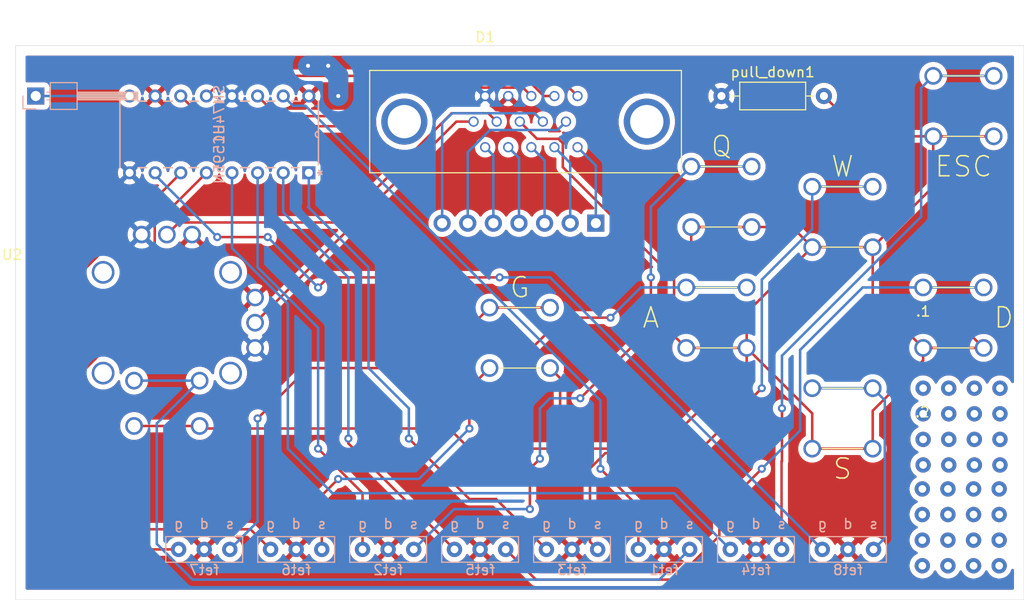
<source format=kicad_pcb>
(kicad_pcb (version 20171130) (host pcbnew "(5.1.6)-1")
  (layers (0 F.Cu signal) (31 B.Cu signal) (34 B.Paste user) (35 F.Paste user) (36 B.SilkS user) (37 F.SilkS user) (38 B.Mask user) (39 F.Mask user) (44 Edge.Cuts user))
  (net 0 "")
  (net 1 "Net-(D1-Pad15)")
  (net 2 "Net-(D1-Pad14)")
  (net 3 "Net-(D1-Pad13)")
  (net 4 "Net-(D1-Pad12)")
  (net 5 "Net-(D1-Pad11)")
  (net 6 "Net-(D1-Pad10)")
  (net 7 "Net-(D1-Pad9)")
  (net 8 watch)
  (net 9 vert)
  (net 10 horz)
  (net 11 latch)
  (net 12 data)
  (net 13 clk)
  (net 14 GND)
  (net 15 "Net-(U2-Pad7)")
  (net 16 qa)
  (net 17 "Net-(SW1-Pad1)")
  (net 18 qd)
  (net 19 "Net-(SW2-Pad1)")
  (net 20 qb)
  (net 21 "Net-(SW3-Pad1)")
  (net 22 qe)
  (net 23 "Net-(SW4-Pad1)")
  (net 24 qc)
  (net 25 "Net-(SW5-Pad1)")
  (net 26 qf)
  (net 27 "Net-(SW6-Pad1)")
  (net 28 qg)
  (net 29 "Net-(SW7-Pad1)")
  (net 30 qh)
  (net 31 +5V)
  (net 32 qh')
  (module Connector_PinHeader_2.54mm:PinHeader_1x07_P2.54mm_Vertical (layer F.Cu) (at 77.54 37.62 270)
    (fp_text reference J1)
    (fp_text value Conn_01x07_Female)
    (pad 7 thru_hole oval (at 0 15.24 270) (size 1.7 1.7) (drill 1) (layers *.Cu *.Mask) (net 7 "Net-(D1-Pad9)"))
    (pad 6 thru_hole oval (at 0 12.7 270) (size 1.7 1.7) (drill 1) (layers *.Cu *.Mask) (net 6 "Net-(D1-Pad10)"))
    (pad 5 thru_hole oval (at 0 10.16 270) (size 1.7 1.7) (drill 1) (layers *.Cu *.Mask) (net 5 "Net-(D1-Pad11)"))
    (pad 4 thru_hole oval (at 0 7.62 270) (size 1.7 1.7) (drill 1) (layers *.Cu *.Mask) (net 4 "Net-(D1-Pad12)"))
    (pad 3 thru_hole oval (at 0 5.08 270) (size 1.7 1.7) (drill 1) (layers *.Cu *.Mask) (net 3 "Net-(D1-Pad13)"))
    (pad 2 thru_hole oval (at 0 2.54 270) (size 1.7 1.7) (drill 1) (layers *.Cu *.Mask) (net 2 "Net-(D1-Pad14)"))
    (pad 1 thru_hole rect (at 0 0 270) (size 1.7 1.7) (drill 1) (layers *.Cu *.Mask) (net 1 "Net-(D1-Pad15)"))
  )
  (module house_cube:gen_fet (layer B.Cu) (at 84.301425 70)
    (fp_text reference fet1 (at 0 2.04) (layer B.SilkS) (effects (justify mirror)))
    (fp_text value gen_mosfet)
    (fp_text user s (at 2.54 -2.54) (layer B.SilkS) (effects (justify mirror)))
    (fp_text user d (at 0 -2.54) (layer B.SilkS) (effects (justify mirror)))
    (fp_text user g (at -2.54 -2.54) (layer B.SilkS) (effects (justify mirror)))
    (fp_line (start -3.81 1.27) (end 3.81 1.27) (layer B.SilkS) (width 0.12))
    (fp_line (start 3.81 1.27) (end 3.81 -1.27) (layer B.SilkS) (width 0.12))
    (fp_line (start 3.81 -1.27) (end -3.81 -1.27) (layer B.SilkS) (width 0.12))
    (fp_line (start -3.81 -1.27) (end -3.81 1.27) (layer B.SilkS) (width 0.12))
    (pad 3 thru_hole circle (at 2.54 0) (size 1.524 1.524) (drill 0.762) (layers *.Cu *.Mask) (net 15 "Net-(U2-Pad7)"))
    (pad 2 thru_hole circle (at 0 0) (size 1.524 1.524) (drill 0.762) (layers *.Cu *.Mask) (net 31 +5V))
    (pad 1 thru_hole circle (at -2.54 0) (size 1.524 1.524) (drill 0.762) (layers *.Cu *.Mask) (net 16 qa))
  )
  (module footprints:SN74HC595N (layer B.Cu) (at 31.3 25 90)
    (fp_text reference U1 (at -3.81 8.89 270) (layer B.SilkS) (effects (justify mirror)))
    (fp_text value SN74HC595N (at -3.81 8.89 270) (layer B.SilkS) (effects (justify mirror)))
    (fp_arc (start -3.81 18.7325) (end -3.5052 18.7325) (angle -180) (layer B.SilkS) (width 0.1524))
    (fp_text user * (at -7.62 19.1897 270) (layer B.SilkS) (effects (justify mirror)))
    (fp_text user * (at -7.62 19.1897 270) (layer B.SilkS) (effects (justify mirror)))
    (fp_line (start -7.112 -0.9525) (end -0.508 -0.9525) (layer B.SilkS) (width 0.1524))
    (fp_line (start -0.508 0.838569) (end -0.508 1.701431) (layer B.SilkS) (width 0.1524))
    (fp_line (start -0.508 18.7325) (end -6.838835 18.7325) (layer B.SilkS) (width 0.1524))
    (fp_line (start -7.112 16.79956) (end -7.112 16.078569) (layer B.SilkS) (width 0.1524))
    (fp_line (start -7.112 14.401431) (end -7.112 13.538569) (layer B.SilkS) (width 0.1524))
    (fp_line (start -7.112 11.861431) (end -7.112 10.998569) (layer B.SilkS) (width 0.1524))
    (fp_line (start -7.112 9.321431) (end -7.112 8.458569) (layer B.SilkS) (width 0.1524))
    (fp_line (start -7.112 6.781431) (end -7.112 5.918569) (layer B.SilkS) (width 0.1524))
    (fp_line (start -7.112 4.241431) (end -7.112 3.378569) (layer B.SilkS) (width 0.1524))
    (fp_line (start -7.112 1.701431) (end -7.112 0.838569) (layer B.SilkS) (width 0.1524))
    (fp_line (start -0.508 3.378569) (end -0.508 4.241431) (layer B.SilkS) (width 0.1524))
    (fp_line (start -0.508 5.918569) (end -0.508 6.781431) (layer B.SilkS) (width 0.1524))
    (fp_line (start -0.508 8.458569) (end -0.508 9.321431) (layer B.SilkS) (width 0.1524))
    (fp_line (start -0.508 10.998569) (end -0.508 11.861431) (layer B.SilkS) (width 0.1524))
    (fp_line (start -0.508 13.538569) (end -0.508 14.401431) (layer B.SilkS) (width 0.1524))
    (fp_line (start -0.508 16.078569) (end -0.508 16.941431) (layer B.SilkS) (width 0.1524))
    (pad 16 thru_hole circle (at 0 17.78 90) (size 1.2954 1.2954) (drill 0.7874) (layers *.Cu *.Mask) (net 31 +5V))
    (pad 15 thru_hole circle (at 0 15.24 90) (size 1.2954 1.2954) (drill 0.7874) (layers *.Cu *.Mask) (net 16 qa))
    (pad 14 thru_hole circle (at 0 12.7 90) (size 1.2954 1.2954) (drill 0.7874) (layers *.Cu *.Mask) (net 12 data))
    (pad 13 thru_hole circle (at 0 10.16 90) (size 1.2954 1.2954) (drill 0.7874) (layers *.Cu *.Mask) (net 14 GND))
    (pad 12 thru_hole circle (at 0 7.62 90) (size 1.2954 1.2954) (drill 0.7874) (layers *.Cu *.Mask) (net 11 latch))
    (pad 11 thru_hole circle (at 0 5.08 90) (size 1.2954 1.2954) (drill 0.7874) (layers *.Cu *.Mask) (net 13 clk))
    (pad 10 thru_hole circle (at 0 2.54 90) (size 1.2954 1.2954) (drill 0.7874) (layers *.Cu *.Mask) (net 31 +5V))
    (pad 9 thru_hole circle (at 0 0 90) (size 1.2954 1.2954) (drill 0.7874) (layers *.Cu *.Mask) (net 32 qh'))
    (pad 8 thru_hole circle (at -7.62 0 90) (size 1.2954 1.2954) (drill 0.7874) (layers *.Cu *.Mask) (net 14 GND))
    (pad 7 thru_hole circle (at -7.62 2.54 90) (size 1.2954 1.2954) (drill 0.7874) (layers *.Cu *.Mask) (net 30 qh))
    (pad 6 thru_hole circle (at -7.62 5.08 90) (size 1.2954 1.2954) (drill 0.7874) (layers *.Cu *.Mask) (net 28 qg))
    (pad 5 thru_hole circle (at -7.62 7.62 90) (size 1.2954 1.2954) (drill 0.7874) (layers *.Cu *.Mask) (net 26 qf))
    (pad 4 thru_hole circle (at -7.62 10.16 90) (size 1.2954 1.2954) (drill 0.7874) (layers *.Cu *.Mask) (net 22 qe))
    (pad 3 thru_hole circle (at -7.62 12.7 90) (size 1.2954 1.2954) (drill 0.7874) (layers *.Cu *.Mask) (net 18 qd))
    (pad 2 thru_hole circle (at -7.62 15.24 90) (size 1.2954 1.2954) (drill 0.7874) (layers *.Cu *.Mask) (net 24 qc))
    (pad 1 thru_hole rect (at -7.62 17.78 90) (size 1.2954 1.2954) (drill 0.7874) (layers *.Cu *.Mask) (net 20 qb))
  )
  (module Connector_PinHeader_2.54mm:PinHeader_1x01_P2.54mm_Horizontal (layer B.Cu) (at 22 25)
    (fp_text reference J2)
    (fp_text value qh')
    (fp_line (start 1.44 1.33) (end 1.44 -1.33) (layer B.SilkS) (width 0.12))
    (fp_line (start 1.44 -1.33) (end 4.1 -1.33) (layer B.SilkS) (width 0.12))
    (fp_line (start 4.1 -1.33) (end 4.1 1.33) (layer B.SilkS) (width 0.12))
    (fp_line (start 4.1 1.33) (end 1.44 1.33) (layer B.SilkS) (width 0.12))
    (fp_line (start 4.1 0.38) (end 10.1 0.38) (layer B.SilkS) (width 0.12))
    (fp_line (start 10.1 0.38) (end 10.1 -0.38) (layer B.SilkS) (width 0.12))
    (fp_line (start 10.1 -0.38) (end 4.1 -0.38) (layer B.SilkS) (width 0.12))
    (fp_line (start 4.1 0.32) (end 10.1 0.32) (layer B.SilkS) (width 0.12))
    (fp_line (start 4.1 0.2) (end 10.1 0.2) (layer B.SilkS) (width 0.12))
    (fp_line (start 4.1 0.08) (end 10.1 0.08) (layer B.SilkS) (width 0.12))
    (fp_line (start 4.1 -0.04) (end 10.1 -0.04) (layer B.SilkS) (width 0.12))
    (fp_line (start 4.1 -0.16) (end 10.1 -0.16) (layer B.SilkS) (width 0.12))
    (fp_line (start 4.1 -0.28) (end 10.1 -0.28) (layer B.SilkS) (width 0.12))
    (fp_line (start 1.11 0.38) (end 1.44 0.38) (layer B.SilkS) (width 0.12))
    (fp_line (start 1.11 -0.38) (end 1.44 -0.38) (layer B.SilkS) (width 0.12))
    (fp_line (start -1.27 0) (end -1.27 1.27) (layer B.SilkS) (width 0.12))
    (fp_line (start -1.27 1.27) (end 0 1.27) (layer B.SilkS) (width 0.12))
    (pad 1 thru_hole rect (at 0 0) (size 1.7 1.7) (drill 1) (layers *.Cu *.Mask) (net 32 qh'))
  )
  (module house_cube:proto (layer F.Cu) (at 109.92 64)
    (fp_text reference .2 (at 0 -7.62) (layer F.SilkS))
    (fp_text value .)
    (pad _ thru_hole circle (at 7.62 7.62) (size 1.524 1.524) (drill 0.762) (layers *.Cu *.Mask))
    (pad _ thru_hole circle (at 5.08 7.62) (size 1.524 1.524) (drill 0.762) (layers *.Cu *.Mask))
    (pad _ thru_hole circle (at 2.54 7.62) (size 1.524 1.524) (drill 0.762) (layers *.Cu *.Mask))
    (pad _ thru_hole circle (at 0 7.62) (size 1.524 1.524) (drill 0.762) (layers *.Cu *.Mask))
    (pad _ thru_hole circle (at 7.62 5.08) (size 1.524 1.524) (drill 0.762) (layers *.Cu *.Mask))
    (pad _ thru_hole circle (at 5.08 5.08) (size 1.524 1.524) (drill 0.762) (layers *.Cu *.Mask))
    (pad _ thru_hole circle (at 2.54 5.08) (size 1.524 1.524) (drill 0.762) (layers *.Cu *.Mask))
    (pad _ thru_hole circle (at 0 5.08) (size 1.524 1.524) (drill 0.762) (layers *.Cu *.Mask))
    (pad _ thru_hole circle (at 7.62 2.54) (size 1.524 1.524) (drill 0.762) (layers *.Cu *.Mask))
    (pad _ thru_hole circle (at 7.62 0) (size 1.524 1.524) (drill 0.762) (layers *.Cu *.Mask))
    (pad _ thru_hole circle (at 5.08 2.54) (size 1.524 1.524) (drill 0.762) (layers *.Cu *.Mask))
    (pad _ thru_hole circle (at 2.54 2.54) (size 1.524 1.524) (drill 0.762) (layers *.Cu *.Mask))
    (pad _ thru_hole circle (at 0 2.54) (size 1.524 1.524) (drill 0.762) (layers *.Cu *.Mask))
    (pad _ thru_hole circle (at 5.08 0) (size 1.524 1.524) (drill 0.762) (layers *.Cu *.Mask))
    (pad _ thru_hole circle (at 2.54 0) (size 1.524 1.524) (drill 0.762) (layers *.Cu *.Mask))
    (pad _ thru_hole circle (at 0 0) (size 1.524 1.524) (drill 0.762) (layers *.Cu *.Mask))
  )
  (module house_cube:proto (layer F.Cu) (at 110 54)
    (fp_text reference .1 (at 0 -7.62) (layer F.SilkS))
    (fp_text value .)
    (pad _ thru_hole circle (at 7.62 7.62) (size 1.524 1.524) (drill 0.762) (layers *.Cu *.Mask))
    (pad _ thru_hole circle (at 5.08 7.62) (size 1.524 1.524) (drill 0.762) (layers *.Cu *.Mask))
    (pad _ thru_hole circle (at 2.54 7.62) (size 1.524 1.524) (drill 0.762) (layers *.Cu *.Mask))
    (pad _ thru_hole circle (at 0 7.62) (size 1.524 1.524) (drill 0.762) (layers *.Cu *.Mask))
    (pad _ thru_hole circle (at 7.62 5.08) (size 1.524 1.524) (drill 0.762) (layers *.Cu *.Mask))
    (pad _ thru_hole circle (at 5.08 5.08) (size 1.524 1.524) (drill 0.762) (layers *.Cu *.Mask))
    (pad _ thru_hole circle (at 2.54 5.08) (size 1.524 1.524) (drill 0.762) (layers *.Cu *.Mask))
    (pad _ thru_hole circle (at 0 5.08) (size 1.524 1.524) (drill 0.762) (layers *.Cu *.Mask))
    (pad _ thru_hole circle (at 7.62 2.54) (size 1.524 1.524) (drill 0.762) (layers *.Cu *.Mask))
    (pad _ thru_hole circle (at 7.62 0) (size 1.524 1.524) (drill 0.762) (layers *.Cu *.Mask))
    (pad _ thru_hole circle (at 5.08 2.54) (size 1.524 1.524) (drill 0.762) (layers *.Cu *.Mask))
    (pad _ thru_hole circle (at 2.54 2.54) (size 1.524 1.524) (drill 0.762) (layers *.Cu *.Mask))
    (pad _ thru_hole circle (at 0 2.54) (size 1.524 1.524) (drill 0.762) (layers *.Cu *.Mask))
    (pad _ thru_hole circle (at 5.08 0) (size 1.524 1.524) (drill 0.762) (layers *.Cu *.Mask))
    (pad _ thru_hole circle (at 2.54 0) (size 1.524 1.524) (drill 0.762) (layers *.Cu *.Mask))
    (pad _ thru_hole circle (at 0 0) (size 1.524 1.524) (drill 0.762) (layers *.Cu *.Mask))
  )
  (module house_cube:joy (layer F.Cu) (at 35 47.5)
    (fp_text reference U2 (at -15.35 -6.75) (layer F.SilkS))
    (fp_text value joy)
    (pad 14 thru_hole circle (at 6.32 -5) (size 2.25 2.25) (drill 1.75) (layers *.Cu *.Mask))
    (pad 13 thru_hole circle (at 6.32 5) (size 2.25 2.25) (drill 1.75) (layers *.Cu *.Mask))
    (pad 12 thru_hole circle (at -6.32 5) (size 2.25 2.25) (drill 1.75) (layers *.Cu *.Mask))
    (pad 11 thru_hole circle (at -6.32 -5) (size 2.25 2.25) (drill 1.75) (layers *.Cu *.Mask))
    (pad 7 thru_hole circle (at -3.25 5.75) (size 1.75 1.75) (drill 1.25) (layers *.Cu *.Mask) (net 15 "Net-(U2-Pad7)"))
    (pad 8 thru_hole circle (at -3.25 10.25) (size 1.75 1.75) (drill 1.25) (layers *.Cu *.Mask) (net 8 watch))
    (pad 8 thru_hole circle (at 3.25 10.25) (size 1.75 1.75) (drill 1.25) (layers *.Cu *.Mask) (net 8 watch))
    (pad 7 thru_hole circle (at 3.25 5.75) (size 1.75 1.75) (drill 1.25) (layers *.Cu *.Mask) (net 15 "Net-(U2-Pad7)"))
    (pad 6 thru_hole circle (at -2.5 -8.75) (size 1.75 1.75) (drill 1.2) (layers *.Cu *.Mask) (net 14 GND))
    (pad 4 thru_hole circle (at 2.5 -8.75) (size 1.75 1.75) (drill 1.25) (layers *.Cu *.Mask) (net 31 +5V))
    (pad 5 thru_hole circle (at 0 -8.75) (size 1.75 1.75) (drill 1.25) (layers *.Cu *.Mask) (net 9 vert))
    (pad 3 thru_hole circle (at 8.75 2.5) (size 1.75 1.75) (drill 1.25) (layers *.Cu *.Mask) (net 14 GND))
    (pad 1 thru_hole circle (at 8.75 -2.5) (size 1.75 1.75) (drill 1.25) (layers *.Cu *.Mask) (net 31 +5V))
    (pad 2 thru_hole circle (at 8.75 0) (size 1.75 1.75) (drill 1.25) (layers *.Cu *.Mask) (net 10 horz))
  )
  (module house_cube:button (layer F.Cu) (at 102 57)
    (fp_text reference SW7)
    (fp_text value SW_Push)
    (fp_line (start -2 -3) (end 2 -3) (layer F.SilkS) (width 0.12))
    (fp_line (start -2 3) (end 2 3) (layer F.SilkS) (width 0.12))
    (pad 1 thru_hole circle (at 3 -3) (size 1.75 1.75) (drill 1.25) (layers *.Cu *.Mask) (net 29 "Net-(SW7-Pad1)"))
    (pad 2 thru_hole circle (at 3 3) (size 1.75 1.75) (drill 1.25) (layers *.Cu *.Mask) (net 8 watch))
    (pad 2 thru_hole circle (at -3 3) (size 1.75 1.75) (drill 1.25) (layers *.Cu *.Mask) (net 8 watch))
    (pad 1 thru_hole circle (at -3 -3) (size 1.75 1.75) (drill 1.25) (layers *.Cu *.Mask) (net 29 "Net-(SW7-Pad1)"))
  )
  (module house_cube:button (layer F.Cu) (at 70 49)
    (fp_text reference SW6)
    (fp_text value SW_Push)
    (fp_line (start -2 -3) (end 2 -3) (layer F.SilkS) (width 0.12))
    (fp_line (start -2 3) (end 2 3) (layer F.SilkS) (width 0.12))
    (pad 1 thru_hole circle (at 3 -3) (size 1.75 1.75) (drill 1.25) (layers *.Cu *.Mask) (net 27 "Net-(SW6-Pad1)"))
    (pad 2 thru_hole circle (at 3 3) (size 1.75 1.75) (drill 1.25) (layers *.Cu *.Mask) (net 8 watch))
    (pad 2 thru_hole circle (at -3 3) (size 1.75 1.75) (drill 1.25) (layers *.Cu *.Mask) (net 8 watch))
    (pad 1 thru_hole circle (at -3 -3) (size 1.75 1.75) (drill 1.25) (layers *.Cu *.Mask) (net 27 "Net-(SW6-Pad1)"))
  )
  (module house_cube:button (layer F.Cu) (at 89.5 47)
    (fp_text reference SW5)
    (fp_text value SW_Push)
    (fp_line (start -2 -3) (end 2 -3) (layer F.SilkS) (width 0.12))
    (fp_line (start -2 3) (end 2 3) (layer F.SilkS) (width 0.12))
    (pad 1 thru_hole circle (at 3 -3) (size 1.75 1.75) (drill 1.25) (layers *.Cu *.Mask) (net 25 "Net-(SW5-Pad1)"))
    (pad 2 thru_hole circle (at 3 3) (size 1.75 1.75) (drill 1.25) (layers *.Cu *.Mask) (net 8 watch))
    (pad 2 thru_hole circle (at -3 3) (size 1.75 1.75) (drill 1.25) (layers *.Cu *.Mask) (net 8 watch))
    (pad 1 thru_hole circle (at -3 -3) (size 1.75 1.75) (drill 1.25) (layers *.Cu *.Mask) (net 25 "Net-(SW5-Pad1)"))
  )
  (module house_cube:button (layer F.Cu) (at 113 47)
    (fp_text reference SW4)
    (fp_text value SW_Push)
    (fp_line (start -2 -3) (end 2 -3) (layer F.SilkS) (width 0.12))
    (fp_line (start -2 3) (end 2 3) (layer F.SilkS) (width 0.12))
    (pad 1 thru_hole circle (at 3 -3) (size 1.75 1.75) (drill 1.25) (layers *.Cu *.Mask) (net 23 "Net-(SW4-Pad1)"))
    (pad 2 thru_hole circle (at 3 3) (size 1.75 1.75) (drill 1.25) (layers *.Cu *.Mask) (net 8 watch))
    (pad 2 thru_hole circle (at -3 3) (size 1.75 1.75) (drill 1.25) (layers *.Cu *.Mask) (net 8 watch))
    (pad 1 thru_hole circle (at -3 -3) (size 1.75 1.75) (drill 1.25) (layers *.Cu *.Mask) (net 23 "Net-(SW4-Pad1)"))
  )
  (module house_cube:button (layer F.Cu) (at 114 26)
    (fp_text reference SW3)
    (fp_text value SW_Push)
    (fp_line (start -2 -3) (end 2 -3) (layer F.SilkS) (width 0.12))
    (fp_line (start -2 3) (end 2 3) (layer F.SilkS) (width 0.12))
    (pad 1 thru_hole circle (at 3 -3) (size 1.75 1.75) (drill 1.25) (layers *.Cu *.Mask) (net 21 "Net-(SW3-Pad1)"))
    (pad 2 thru_hole circle (at 3 3) (size 1.75 1.75) (drill 1.25) (layers *.Cu *.Mask) (net 8 watch))
    (pad 2 thru_hole circle (at -3 3) (size 1.75 1.75) (drill 1.25) (layers *.Cu *.Mask) (net 8 watch))
    (pad 1 thru_hole circle (at -3 -3) (size 1.75 1.75) (drill 1.25) (layers *.Cu *.Mask) (net 21 "Net-(SW3-Pad1)"))
  )
  (module house_cube:button (layer F.Cu) (at 102 37)
    (fp_text reference SW2)
    (fp_text value SW_Push)
    (fp_line (start -2 -3) (end 2 -3) (layer F.SilkS) (width 0.12))
    (fp_line (start -2 3) (end 2 3) (layer F.SilkS) (width 0.12))
    (pad 1 thru_hole circle (at 3 -3) (size 1.75 1.75) (drill 1.25) (layers *.Cu *.Mask) (net 19 "Net-(SW2-Pad1)"))
    (pad 2 thru_hole circle (at 3 3) (size 1.75 1.75) (drill 1.25) (layers *.Cu *.Mask) (net 8 watch))
    (pad 2 thru_hole circle (at -3 3) (size 1.75 1.75) (drill 1.25) (layers *.Cu *.Mask) (net 8 watch))
    (pad 1 thru_hole circle (at -3 -3) (size 1.75 1.75) (drill 1.25) (layers *.Cu *.Mask) (net 19 "Net-(SW2-Pad1)"))
  )
  (module house_cube:button (layer F.Cu) (at 90 35)
    (fp_text reference SW1)
    (fp_text value SW_Push)
    (fp_line (start -2 -3) (end 2 -3) (layer F.SilkS) (width 0.12))
    (fp_line (start -2 3) (end 2 3) (layer F.SilkS) (width 0.12))
    (pad 1 thru_hole circle (at 3 -3) (size 1.75 1.75) (drill 1.25) (layers *.Cu *.Mask) (net 17 "Net-(SW1-Pad1)"))
    (pad 2 thru_hole circle (at 3 3) (size 1.75 1.75) (drill 1.25) (layers *.Cu *.Mask) (net 8 watch))
    (pad 2 thru_hole circle (at -3 3) (size 1.75 1.75) (drill 1.25) (layers *.Cu *.Mask) (net 8 watch))
    (pad 1 thru_hole circle (at -3 -3) (size 1.75 1.75) (drill 1.25) (layers *.Cu *.Mask) (net 17 "Net-(SW1-Pad1)"))
  )
  (module Resistor_THT:R_Axial_DIN0207_L6.3mm_D2.5mm_P10.16mm_Horizontal (layer F.Cu) (at 90 25)
    (fp_text reference pull_down1 (at 5.08 -2.37) (layer F.SilkS))
    (fp_text value pull_down)
    (fp_line (start 1.81 -1.37) (end 1.81 1.37) (layer F.SilkS) (width 0.12))
    (fp_line (start 1.81 1.37) (end 8.35 1.37) (layer F.SilkS) (width 0.12))
    (fp_line (start 8.35 1.37) (end 8.35 -1.37) (layer F.SilkS) (width 0.12))
    (fp_line (start 8.35 -1.37) (end 1.81 -1.37) (layer F.SilkS) (width 0.12))
    (fp_line (start 1.04 0) (end 1.81 0) (layer F.SilkS) (width 0.12))
    (fp_line (start 9.12 0) (end 8.35 0) (layer F.SilkS) (width 0.12))
    (pad 2 thru_hole oval (at 10.16 0) (size 1.6 1.6) (drill 0.8) (layers *.Cu *.Mask) (net 8 watch))
    (pad 1 thru_hole circle (at 0 0) (size 1.6 1.6) (drill 0.8) (layers *.Cu *.Mask) (net 14 GND))
  )
  (module house_cube:gen_fet (layer B.Cu) (at 102.54 70)
    (fp_text reference fet8 (at 0 2.04) (layer B.SilkS) (effects (justify mirror)))
    (fp_text value gen_mosfet)
    (fp_text user s (at 2.54 -2.54) (layer B.SilkS) (effects (justify mirror)))
    (fp_text user d (at 0 -2.54) (layer B.SilkS) (effects (justify mirror)))
    (fp_text user g (at -2.54 -2.54) (layer B.SilkS) (effects (justify mirror)))
    (fp_line (start -3.81 1.27) (end 3.81 1.27) (layer B.SilkS) (width 0.12))
    (fp_line (start 3.81 1.27) (end 3.81 -1.27) (layer B.SilkS) (width 0.12))
    (fp_line (start 3.81 -1.27) (end -3.81 -1.27) (layer B.SilkS) (width 0.12))
    (fp_line (start -3.81 -1.27) (end -3.81 1.27) (layer B.SilkS) (width 0.12))
    (pad 3 thru_hole circle (at 2.54 0) (size 1.524 1.524) (drill 0.762) (layers *.Cu *.Mask) (net 29 "Net-(SW7-Pad1)"))
    (pad 2 thru_hole circle (at 0 0) (size 1.524 1.524) (drill 0.762) (layers *.Cu *.Mask) (net 31 +5V))
    (pad 1 thru_hole circle (at -2.54 0) (size 1.524 1.524) (drill 0.762) (layers *.Cu *.Mask) (net 30 qh))
  )
  (module house_cube:gen_fet (layer B.Cu) (at 38.705 70)
    (fp_text reference fet7 (at 0 2.04) (layer B.SilkS) (effects (justify mirror)))
    (fp_text value gen_mosfet)
    (fp_text user s (at 2.54 -2.54) (layer B.SilkS) (effects (justify mirror)))
    (fp_text user d (at 0 -2.54) (layer B.SilkS) (effects (justify mirror)))
    (fp_text user g (at -2.54 -2.54) (layer B.SilkS) (effects (justify mirror)))
    (fp_line (start -3.81 1.27) (end 3.81 1.27) (layer B.SilkS) (width 0.12))
    (fp_line (start 3.81 1.27) (end 3.81 -1.27) (layer B.SilkS) (width 0.12))
    (fp_line (start 3.81 -1.27) (end -3.81 -1.27) (layer B.SilkS) (width 0.12))
    (fp_line (start -3.81 -1.27) (end -3.81 1.27) (layer B.SilkS) (width 0.12))
    (pad 3 thru_hole circle (at 2.54 0) (size 1.524 1.524) (drill 0.762) (layers *.Cu *.Mask) (net 27 "Net-(SW6-Pad1)"))
    (pad 2 thru_hole circle (at 0 0) (size 1.524 1.524) (drill 0.762) (layers *.Cu *.Mask) (net 31 +5V))
    (pad 1 thru_hole circle (at -2.54 0) (size 1.524 1.524) (drill 0.762) (layers *.Cu *.Mask) (net 28 qg))
  )
  (module house_cube:gen_fet (layer B.Cu) (at 47.824285 70)
    (fp_text reference fet6 (at 0 2.04) (layer B.SilkS) (effects (justify mirror)))
    (fp_text value gen_mosfet)
    (fp_text user s (at 2.54 -2.54) (layer B.SilkS) (effects (justify mirror)))
    (fp_text user d (at 0 -2.54) (layer B.SilkS) (effects (justify mirror)))
    (fp_text user g (at -2.54 -2.54) (layer B.SilkS) (effects (justify mirror)))
    (fp_line (start -3.81 1.27) (end 3.81 1.27) (layer B.SilkS) (width 0.12))
    (fp_line (start 3.81 1.27) (end 3.81 -1.27) (layer B.SilkS) (width 0.12))
    (fp_line (start 3.81 -1.27) (end -3.81 -1.27) (layer B.SilkS) (width 0.12))
    (fp_line (start -3.81 -1.27) (end -3.81 1.27) (layer B.SilkS) (width 0.12))
    (pad 3 thru_hole circle (at 2.54 0) (size 1.524 1.524) (drill 0.762) (layers *.Cu *.Mask) (net 25 "Net-(SW5-Pad1)"))
    (pad 2 thru_hole circle (at 0 0) (size 1.524 1.524) (drill 0.762) (layers *.Cu *.Mask) (net 31 +5V))
    (pad 1 thru_hole circle (at -2.54 0) (size 1.524 1.524) (drill 0.762) (layers *.Cu *.Mask) (net 26 qf))
  )
  (module house_cube:gen_fet (layer B.Cu) (at 66.062855 70)
    (fp_text reference fet5 (at 0 2.04) (layer B.SilkS) (effects (justify mirror)))
    (fp_text value gen_mosfet)
    (fp_text user s (at 2.54 -2.54) (layer B.SilkS) (effects (justify mirror)))
    (fp_text user d (at 0 -2.54) (layer B.SilkS) (effects (justify mirror)))
    (fp_text user g (at -2.54 -2.54) (layer B.SilkS) (effects (justify mirror)))
    (fp_line (start -3.81 1.27) (end 3.81 1.27) (layer B.SilkS) (width 0.12))
    (fp_line (start 3.81 1.27) (end 3.81 -1.27) (layer B.SilkS) (width 0.12))
    (fp_line (start 3.81 -1.27) (end -3.81 -1.27) (layer B.SilkS) (width 0.12))
    (fp_line (start -3.81 -1.27) (end -3.81 1.27) (layer B.SilkS) (width 0.12))
    (pad 3 thru_hole circle (at 2.54 0) (size 1.524 1.524) (drill 0.762) (layers *.Cu *.Mask) (net 23 "Net-(SW4-Pad1)"))
    (pad 2 thru_hole circle (at 0 0) (size 1.524 1.524) (drill 0.762) (layers *.Cu *.Mask) (net 31 +5V))
    (pad 1 thru_hole circle (at -2.54 0) (size 1.524 1.524) (drill 0.762) (layers *.Cu *.Mask) (net 24 qc))
  )
  (module house_cube:gen_fet (layer B.Cu) (at 93.42071 70)
    (fp_text reference fet4 (at 0 2.04) (layer B.SilkS) (effects (justify mirror)))
    (fp_text value gen_mosfet)
    (fp_text user s (at 2.54 -2.54) (layer B.SilkS) (effects (justify mirror)))
    (fp_text user d (at 0 -2.54) (layer B.SilkS) (effects (justify mirror)))
    (fp_text user g (at -2.54 -2.54) (layer B.SilkS) (effects (justify mirror)))
    (fp_line (start -3.81 1.27) (end 3.81 1.27) (layer B.SilkS) (width 0.12))
    (fp_line (start 3.81 1.27) (end 3.81 -1.27) (layer B.SilkS) (width 0.12))
    (fp_line (start 3.81 -1.27) (end -3.81 -1.27) (layer B.SilkS) (width 0.12))
    (fp_line (start -3.81 -1.27) (end -3.81 1.27) (layer B.SilkS) (width 0.12))
    (pad 3 thru_hole circle (at 2.54 0) (size 1.524 1.524) (drill 0.762) (layers *.Cu *.Mask) (net 21 "Net-(SW3-Pad1)"))
    (pad 2 thru_hole circle (at 0 0) (size 1.524 1.524) (drill 0.762) (layers *.Cu *.Mask) (net 31 +5V))
    (pad 1 thru_hole circle (at -2.54 0) (size 1.524 1.524) (drill 0.762) (layers *.Cu *.Mask) (net 22 qe))
  )
  (module house_cube:gen_fet (layer B.Cu) (at 75.18214 70)
    (fp_text reference fet3 (at 0 2.04) (layer B.SilkS) (effects (justify mirror)))
    (fp_text value gen_mosfet)
    (fp_text user s (at 2.54 -2.54) (layer B.SilkS) (effects (justify mirror)))
    (fp_text user d (at 0 -2.54) (layer B.SilkS) (effects (justify mirror)))
    (fp_text user g (at -2.54 -2.54) (layer B.SilkS) (effects (justify mirror)))
    (fp_line (start -3.81 1.27) (end 3.81 1.27) (layer B.SilkS) (width 0.12))
    (fp_line (start 3.81 1.27) (end 3.81 -1.27) (layer B.SilkS) (width 0.12))
    (fp_line (start 3.81 -1.27) (end -3.81 -1.27) (layer B.SilkS) (width 0.12))
    (fp_line (start -3.81 -1.27) (end -3.81 1.27) (layer B.SilkS) (width 0.12))
    (pad 3 thru_hole circle (at 2.54 0) (size 1.524 1.524) (drill 0.762) (layers *.Cu *.Mask) (net 19 "Net-(SW2-Pad1)"))
    (pad 2 thru_hole circle (at 0 0) (size 1.524 1.524) (drill 0.762) (layers *.Cu *.Mask) (net 31 +5V))
    (pad 1 thru_hole circle (at -2.54 0) (size 1.524 1.524) (drill 0.762) (layers *.Cu *.Mask) (net 20 qb))
  )
  (module house_cube:gen_fet (layer B.Cu) (at 56.94357 70)
    (fp_text reference fet2 (at 0 2.04) (layer B.SilkS) (effects (justify mirror)))
    (fp_text value gen_mosfet)
    (fp_text user s (at 2.54 -2.54) (layer B.SilkS) (effects (justify mirror)))
    (fp_text user d (at 0 -2.54) (layer B.SilkS) (effects (justify mirror)))
    (fp_text user g (at -2.54 -2.54) (layer B.SilkS) (effects (justify mirror)))
    (fp_line (start -3.81 1.27) (end 3.81 1.27) (layer B.SilkS) (width 0.12))
    (fp_line (start 3.81 1.27) (end 3.81 -1.27) (layer B.SilkS) (width 0.12))
    (fp_line (start 3.81 -1.27) (end -3.81 -1.27) (layer B.SilkS) (width 0.12))
    (fp_line (start -3.81 -1.27) (end -3.81 1.27) (layer B.SilkS) (width 0.12))
    (pad 3 thru_hole circle (at 2.54 0) (size 1.524 1.524) (drill 0.762) (layers *.Cu *.Mask) (net 17 "Net-(SW1-Pad1)"))
    (pad 2 thru_hole circle (at 0 0) (size 1.524 1.524) (drill 0.762) (layers *.Cu *.Mask) (net 31 +5V))
    (pad 1 thru_hole circle (at -2.54 0) (size 1.524 1.524) (drill 0.762) (layers *.Cu *.Mask) (net 18 qd))
  )
  (module house_cube:15pin_controller (layer F.Cu) (at 66.565 25)
    (fp_text reference D1 (at 0 -5.85) (layer F.SilkS))
    (fp_text value controller)
    (fp_line (start 19.465 -2.54) (end -11.45 -2.54) (layer F.SilkS) (width 0.12))
    (fp_line (start -11.45 -2.54) (end -11.45 7.62) (layer F.SilkS) (width 0.12))
    (fp_line (start -11.45 7.62) (end 19.465 7.62) (layer F.SilkS) (width 0.12))
    (fp_line (start 19.465 7.62) (end 19.465 -2.54) (layer F.SilkS) (width 0.12))
    (pad " " thru_hole circle (at -8.015 2.54 90) (size 4.572 4.572) (drill 3.302) (layers *.Cu *.Mask))
    (pad " " thru_hole circle (at 16.03 2.54 90) (size 4.572 4.572) (drill 3.302) (layers *.Cu *.Mask))
    (pad 15 thru_hole circle (at 9.16 5.08 90) (size 1.016 1.016) (drill 0.7112) (layers *.Cu *.Mask) (net 1 "Net-(D1-Pad15)"))
    (pad 14 thru_hole circle (at 6.87 5.08 90) (size 1.016 1.016) (drill 0.7112) (layers *.Cu *.Mask) (net 2 "Net-(D1-Pad14)"))
    (pad 13 thru_hole circle (at 4.58 5.08 90) (size 1.016 1.016) (drill 0.7112) (layers *.Cu *.Mask) (net 3 "Net-(D1-Pad13)"))
    (pad 12 thru_hole circle (at 2.29 5.08 90) (size 1.016 1.016) (drill 0.7112) (layers *.Cu *.Mask) (net 4 "Net-(D1-Pad12)"))
    (pad 11 thru_hole circle (at 0 5.08 90) (size 1.016 1.016) (drill 0.7112) (layers *.Cu *.Mask) (net 5 "Net-(D1-Pad11)"))
    (pad 10 thru_hole circle (at 8.015 2.54 90) (size 1.016 1.016) (drill 0.7112) (layers *.Cu *.Mask) (net 6 "Net-(D1-Pad10)"))
    (pad 9 thru_hole circle (at 5.725 2.54 90) (size 1.016 1.016) (drill 0.7112) (layers *.Cu *.Mask) (net 7 "Net-(D1-Pad9)"))
    (pad 8 thru_hole circle (at 3.435 2.54 90) (size 1.016 1.016) (drill 0.7112) (layers *.Cu *.Mask) (net 8 watch))
    (pad 7 thru_hole circle (at 1.145 2.54 90) (size 1.016 1.016) (drill 0.7112) (layers *.Cu *.Mask) (net 9 vert))
    (pad 6 thru_hole circle (at -1.145 2.54 90) (size 1.016 1.016) (drill 0.7112) (layers *.Cu *.Mask) (net 10 horz))
    (pad 5 thru_hole circle (at 9.16 0 90) (size 1.016 1.016) (drill 0.7112) (layers *.Cu *.Mask) (net 11 latch))
    (pad 4 thru_hole circle (at 6.87 0 90) (size 1.016 1.016) (drill 0.7112) (layers *.Cu *.Mask) (net 12 data))
    (pad 3 thru_hole circle (at 4.58 0 90) (size 1.016 1.016) (drill 0.7112) (layers *.Cu *.Mask) (net 13 clk))
    (pad 2 thru_hole circle (at 2.29 0 90) (size 1.016 1.016) (drill 0.7112) (layers *.Cu *.Mask) (net 31 +5V))
    (pad 1 thru_hole circle (at 0 0 90) (size 1.016 1.016) (drill 0.7112) (layers *.Cu *.Mask) (net 14 GND))
  )
  (gr_text ESC (at 114 32) (layer F.SilkS) (effects (font (size 2 2))))
  (gr_text G (at 70 44) (layer F.SilkS) (effects (font (size 2 2))))
  (gr_text S (at 102 62) (layer F.SilkS) (effects (font (size 2 2))))
  (gr_text D (at 118 47) (layer F.SilkS) (effects (font (size 2 2))))
  (gr_text A (at 83 47) (layer F.SilkS) (effects (font (size 2 2))))
  (gr_text W (at 102 32) (layer F.SilkS) (effects (font (size 2 2))))
  (gr_text Q (at 90 30) (layer F.SilkS) (effects (font (size 2 2))))
  (gr_line (start 20 75) (end 20 20) (layer Edge.Cuts) (width 0.05))
  (gr_line (start 120 75) (end 20 75) (layer Edge.Cuts) (width 0.05))
  (gr_line (start 120 20) (end 120 75) (layer Edge.Cuts) (width 0.05))
  (gr_line (start 20 20) (end 120 20) (layer Edge.Cuts) (width 0.05))
  (segment (start 77.54 31.895) (end 75.725 30.08) (width 0.25) (layer B.Cu) (net 1))
  (segment (start 77.54 37.62) (end 77.54 31.895) (width 0.25) (layer B.Cu) (net 1))
  (segment (start 75 31.645) (end 73.435 30.08) (width 0.25) (layer B.Cu) (net 2))
  (segment (start 75 37.62) (end 75 31.645) (width 0.25) (layer B.Cu) (net 2))
  (segment (start 72.46 31.395) (end 71.145 30.08) (width 0.25) (layer B.Cu) (net 3))
  (segment (start 72.46 37.62) (end 72.46 31.395) (width 0.25) (layer B.Cu) (net 3))
  (segment (start 69.92 31.145) (end 68.855 30.08) (width 0.25) (layer B.Cu) (net 4))
  (segment (start 69.92 37.62) (end 69.92 31.145) (width 0.25) (layer B.Cu) (net 4))
  (segment (start 67.38 30.895) (end 66.565 30.08) (width 0.25) (layer B.Cu) (net 5))
  (segment (start 67.38 37.62) (end 67.38 30.895) (width 0.25) (layer B.Cu) (net 5))
  (segment (start 73.746999 28.373001) (end 74.58 27.54) (width 0.25) (layer B.Cu) (net 6))
  (segment (start 67.039157 28.373001) (end 73.746999 28.373001) (width 0.25) (layer B.Cu) (net 6))
  (segment (start 64.84 30.572158) (end 67.039157 28.373001) (width 0.25) (layer B.Cu) (net 6))
  (segment (start 64.84 37.62) (end 64.84 30.572158) (width 0.25) (layer B.Cu) (net 6))
  (segment (start 62.3 37.62) (end 62.3 27.7) (width 0.25) (layer B.Cu) (net 7))
  (segment (start 71.456999 26.706999) (end 72.29 27.54) (width 0.25) (layer B.Cu) (net 7))
  (segment (start 63.293001 26.706999) (end 71.456999 26.706999) (width 0.25) (layer B.Cu) (net 7))
  (segment (start 62.3 27.7) (end 63.293001 26.706999) (width 0.25) (layer B.Cu) (net 7))
  (segment (start 85.299999 48.799999) (end 86.5 50) (width 0.25) (layer F.Cu) (net 8))
  (segment (start 85.299999 43.094997) (end 85.299999 48.799999) (width 0.25) (layer F.Cu) (net 8))
  (segment (start 74.268001 32.062999) (end 85.299999 43.094997) (width 0.25) (layer F.Cu) (net 8))
  (segment (start 74.268001 29.680159) (end 74.268001 32.062999) (width 0.25) (layer F.Cu) (net 8))
  (segment (start 73.834841 29.246999) (end 74.268001 29.680159) (width 0.25) (layer F.Cu) (net 8))
  (segment (start 71.706999 29.246999) (end 73.834841 29.246999) (width 0.25) (layer F.Cu) (net 8))
  (segment (start 70 27.54) (end 71.706999 29.246999) (width 0.25) (layer F.Cu) (net 8))
  (segment (start 86.5 50) (end 92.5 50) (width 0.25) (layer F.Cu) (net 8))
  (segment (start 92.5 46.5) (end 99 40) (width 0.25) (layer F.Cu) (net 8))
  (segment (start 92.5 50) (end 92.5 46.5) (width 0.25) (layer F.Cu) (net 8))
  (segment (start 99 40) (end 105 40) (width 0.25) (layer F.Cu) (net 8))
  (segment (start 111 34) (end 111 29) (width 0.25) (layer F.Cu) (net 8))
  (segment (start 105 40) (end 111 34) (width 0.25) (layer F.Cu) (net 8))
  (segment (start 111 29) (end 117 29) (width 0.25) (layer F.Cu) (net 8))
  (segment (start 104.16 29) (end 100.16 25) (width 0.25) (layer F.Cu) (net 8))
  (segment (start 111 29) (end 104.16 29) (width 0.25) (layer F.Cu) (net 8))
  (segment (start 105 40) (end 105 45) (width 0.25) (layer F.Cu) (net 8))
  (segment (start 110 50) (end 116 50) (width 0.25) (layer F.Cu) (net 8))
  (segment (start 105 60) (end 99 60) (width 0.25) (layer F.Cu) (net 8))
  (segment (start 99 56.5) (end 92.5 50) (width 0.25) (layer F.Cu) (net 8))
  (segment (start 99 60) (end 99 56.5) (width 0.25) (layer F.Cu) (net 8))
  (segment (start 92.5 50) (end 92.5 51.5) (width 0.25) (layer F.Cu) (net 8))
  (segment (start 84 60) (end 75 60) (width 0.25) (layer F.Cu) (net 8))
  (segment (start 92.5 51.5) (end 84 60) (width 0.25) (layer F.Cu) (net 8))
  (segment (start 65 60) (end 63 58) (width 0.25) (layer F.Cu) (net 8))
  (segment (start 69 60) (end 65 60) (width 0.25) (layer F.Cu) (net 8))
  (segment (start 63 58) (end 57 58) (width 0.25) (layer F.Cu) (net 8))
  (segment (start 38.5 58) (end 38.25 57.75) (width 0.25) (layer F.Cu) (net 8))
  (segment (start 57 58) (end 38.5 58) (width 0.25) (layer F.Cu) (net 8))
  (segment (start 38.25 57.75) (end 31.75 57.75) (width 0.25) (layer F.Cu) (net 8))
  (segment (start 63 56) (end 67 52) (width 0.25) (layer F.Cu) (net 8))
  (segment (start 63 58) (end 63 56) (width 0.25) (layer F.Cu) (net 8))
  (segment (start 74 53) (end 73 52) (width 0.25) (layer F.Cu) (net 8))
  (segment (start 74 60) (end 74 53) (width 0.25) (layer F.Cu) (net 8))
  (segment (start 74 60) (end 69 60) (width 0.25) (layer F.Cu) (net 8))
  (segment (start 75 60) (end 74 60) (width 0.25) (layer F.Cu) (net 8))
  (segment (start 87 41.394996) (end 85.299999 43.094997) (width 0.25) (layer F.Cu) (net 8))
  (segment (start 87 38) (end 87 41.394996) (width 0.25) (layer F.Cu) (net 8))
  (segment (start 87 38) (end 93 38) (width 0.25) (layer F.Cu) (net 8))
  (segment (start 97 38) (end 99 40) (width 0.25) (layer F.Cu) (net 8))
  (segment (start 93 38) (end 97 38) (width 0.25) (layer F.Cu) (net 8))
  (segment (start 105 56.237436) (end 105 60) (width 0.25) (layer F.Cu) (net 8))
  (segment (start 110 51.237436) (end 105 56.237436) (width 0.25) (layer F.Cu) (net 8))
  (segment (start 110 50) (end 110 51.237436) (width 0.25) (layer F.Cu) (net 8))
  (segment (start 116 50) (end 114 48) (width 0.25) (layer F.Cu) (net 8))
  (segment (start 114 48) (end 108 48) (width 0.25) (layer F.Cu) (net 8))
  (segment (start 105 45) (end 108 48) (width 0.25) (layer F.Cu) (net 8))
  (segment (start 108 48) (end 110 50) (width 0.25) (layer F.Cu) (net 8))
  (segment (start 36.200001 37.549999) (end 35 38.75) (width 0.25) (layer F.Cu) (net 9))
  (segment (start 52.404283 37.549999) (end 36.200001 37.549999) (width 0.25) (layer F.Cu) (net 9))
  (segment (start 66.876999 26.706999) (end 63.247283 26.706999) (width 0.25) (layer F.Cu) (net 9))
  (segment (start 63.247283 26.706999) (end 52.404283 37.549999) (width 0.25) (layer F.Cu) (net 9))
  (segment (start 67.71 27.54) (end 66.876999 26.706999) (width 0.25) (layer F.Cu) (net 9))
  (segment (start 63.71 27.54) (end 43.75 47.5) (width 0.25) (layer F.Cu) (net 10))
  (segment (start 65.42 27.54) (end 63.71 27.54) (width 0.25) (layer F.Cu) (net 10))
  (segment (start 75.725 25) (end 73.725 23) (width 0.25) (layer F.Cu) (net 11))
  (segment (start 40.92 23) (end 38.92 25) (width 0.25) (layer F.Cu) (net 11))
  (segment (start 73.725 23) (end 40.92 23) (width 0.25) (layer F.Cu) (net 11))
  (segment (start 71.094831 23.716989) (end 57.283011 23.716989) (width 0.25) (layer F.Cu) (net 12))
  (segment (start 57.283011 23.716989) (end 54 27) (width 0.25) (layer F.Cu) (net 12))
  (segment (start 46 27) (end 44 25) (width 0.25) (layer F.Cu) (net 12))
  (segment (start 54 27) (end 46 27) (width 0.25) (layer F.Cu) (net 12))
  (segment (start 72.377842 25) (end 71.094831 23.716989) (width 0.25) (layer F.Cu) (net 12))
  (segment (start 73.435 25) (end 72.377842 25) (width 0.25) (layer F.Cu) (net 12))
  (segment (start 70.311999 24.166999) (end 57.833001 24.166999) (width 0.25) (layer F.Cu) (net 13))
  (segment (start 71.145 25) (end 70.311999 24.166999) (width 0.25) (layer F.Cu) (net 13))
  (segment (start 57.833001 24.166999) (end 54 28) (width 0.25) (layer F.Cu) (net 13))
  (segment (start 39.38 28) (end 36.38 25) (width 0.25) (layer F.Cu) (net 13))
  (segment (start 54 28) (end 39.38 28) (width 0.25) (layer F.Cu) (net 13))
  (segment (start 38.25 53.25) (end 34 57.5) (width 0.25) (layer B.Cu) (net 15))
  (segment (start 34 69.443762) (end 37.556238 73) (width 0.25) (layer B.Cu) (net 15))
  (segment (start 34 57.5) (end 34 69.443762) (width 0.25) (layer B.Cu) (net 15))
  (segment (start 83.841425 73) (end 86.841425 70) (width 0.25) (layer B.Cu) (net 15))
  (segment (start 37.556238 73) (end 83.841425 73) (width 0.25) (layer B.Cu) (net 15))
  (segment (start 31.75 53.25) (end 38.25 53.25) (width 0.25) (layer B.Cu) (net 15))
  (segment (start 81.761425 70) (end 81.761425 65.761425) (width 0.25) (layer F.Cu) (net 16))
  (segment (start 81.761425 65.761425) (end 78 62) (width 0.25) (layer F.Cu) (net 16))
  (via (at 78 62) (size 0.8) (drill 0.4) (layers F.Cu B.Cu) (net 16))
  (segment (start 47.512701 25.972701) (end 46.54 25) (width 0.25) (layer B.Cu) (net 16))
  (segment (start 48.748703 25.972701) (end 47.512701 25.972701) (width 0.25) (layer B.Cu) (net 16))
  (segment (start 78 55.223998) (end 48.748703 25.972701) (width 0.25) (layer B.Cu) (net 16))
  (segment (start 78 62) (end 78 55.223998) (width 0.25) (layer B.Cu) (net 16))
  (segment (start 59.48357 70) (end 63.48357 66) (width 0.25) (layer B.Cu) (net 17))
  (segment (start 63.48357 66) (end 67 66) (width 0.25) (layer B.Cu) (net 17))
  (segment (start 67 66) (end 71 66) (width 0.25) (layer B.Cu) (net 17))
  (via (at 71 66) (size 0.8) (drill 0.4) (layers F.Cu B.Cu) (net 17))
  (segment (start 71 66) (end 71 62) (width 0.25) (layer F.Cu) (net 17))
  (segment (start 71 62) (end 72 61) (width 0.25) (layer F.Cu) (net 17))
  (via (at 72 61) (size 0.8) (drill 0.4) (layers F.Cu B.Cu) (net 17))
  (segment (start 72 61) (end 72 57) (width 0.25) (layer B.Cu) (net 17))
  (segment (start 72 57) (end 72 56) (width 0.25) (layer B.Cu) (net 17))
  (segment (start 72 56) (end 73 55) (width 0.25) (layer B.Cu) (net 17))
  (segment (start 73 55) (end 76 55) (width 0.25) (layer B.Cu) (net 17))
  (via (at 76 55) (size 0.8) (drill 0.4) (layers F.Cu B.Cu) (net 17))
  (segment (start 76 55) (end 83 48) (width 0.25) (layer F.Cu) (net 17))
  (segment (start 83 48) (end 83 43) (width 0.25) (layer F.Cu) (net 17))
  (via (at 83 43) (size 0.8) (drill 0.4) (layers F.Cu B.Cu) (net 17))
  (segment (start 83 36) (end 87 32) (width 0.25) (layer B.Cu) (net 17))
  (segment (start 83 43) (end 83 36) (width 0.25) (layer B.Cu) (net 17))
  (segment (start 87 32) (end 93 32) (width 0.25) (layer B.Cu) (net 17))
  (segment (start 54.40357 70) (end 54.40357 64.40357) (width 0.25) (layer F.Cu) (net 18))
  (via (at 50 60) (size 0.8) (drill 0.4) (layers F.Cu B.Cu) (net 18))
  (segment (start 54.40357 64.40357) (end 50 60) (width 0.25) (layer F.Cu) (net 18))
  (segment (start 50 60) (end 50 48) (width 0.25) (layer B.Cu) (net 18))
  (segment (start 44 42) (end 44 32.62) (width 0.25) (layer B.Cu) (net 18))
  (segment (start 50 48) (end 44 42) (width 0.25) (layer B.Cu) (net 18))
  (segment (start 78.476988 60.45001) (end 87.54999 60.45001) (width 0.25) (layer F.Cu) (net 19))
  (segment (start 76.960141 61.966857) (end 78.476988 60.45001) (width 0.25) (layer F.Cu) (net 19))
  (segment (start 77.72214 70) (end 76.960141 69.238001) (width 0.25) (layer F.Cu) (net 19))
  (segment (start 76.960141 69.238001) (end 76.960141 61.966857) (width 0.25) (layer F.Cu) (net 19))
  (segment (start 87.54999 60.45001) (end 94 54) (width 0.25) (layer F.Cu) (net 19))
  (via (at 94 54) (size 0.8) (drill 0.4) (layers F.Cu B.Cu) (net 19))
  (segment (start 99 38.223998) (end 99 34) (width 0.25) (layer B.Cu) (net 19))
  (segment (start 94 43.223998) (end 99 38.223998) (width 0.25) (layer B.Cu) (net 19))
  (segment (start 94 54) (end 94 43.223998) (width 0.25) (layer B.Cu) (net 19))
  (segment (start 99 34) (end 105 34) (width 0.25) (layer B.Cu) (net 19))
  (segment (start 72.64214 70) (end 67.64214 65) (width 0.25) (layer F.Cu) (net 20))
  (segment (start 67.64214 65) (end 65 65) (width 0.25) (layer F.Cu) (net 20))
  (segment (start 65 65) (end 59 59) (width 0.25) (layer F.Cu) (net 20))
  (via (at 59 59) (size 0.8) (drill 0.4) (layers F.Cu B.Cu) (net 20))
  (segment (start 59 59) (end 59 56) (width 0.25) (layer B.Cu) (net 20))
  (segment (start 59 56) (end 55 52) (width 0.25) (layer B.Cu) (net 20))
  (segment (start 55 52) (end 55 42) (width 0.25) (layer B.Cu) (net 20))
  (segment (start 55 42) (end 49 36) (width 0.25) (layer B.Cu) (net 20))
  (segment (start 49.08 35.92) (end 49.08 32.62) (width 0.25) (layer B.Cu) (net 20))
  (segment (start 49 36) (end 49.08 35.92) (width 0.25) (layer B.Cu) (net 20))
  (segment (start 95.96071 61.263288) (end 96 61.223998) (width 0.25) (layer F.Cu) (net 21))
  (segment (start 95.96071 70) (end 95.96071 61.263288) (width 0.25) (layer F.Cu) (net 21))
  (segment (start 96 61.223998) (end 96 56) (width 0.25) (layer F.Cu) (net 21))
  (via (at 96 56) (size 0.8) (drill 0.4) (layers F.Cu B.Cu) (net 21))
  (segment (start 109.799999 24.200001) (end 111 23) (width 0.25) (layer B.Cu) (net 21))
  (segment (start 109.799999 36.976003) (end 109.799999 24.200001) (width 0.25) (layer B.Cu) (net 21))
  (segment (start 96 50.776002) (end 109.799999 36.976003) (width 0.25) (layer B.Cu) (net 21))
  (segment (start 96 56) (end 96 50.776002) (width 0.25) (layer B.Cu) (net 21))
  (segment (start 111 23) (end 117 23) (width 0.25) (layer B.Cu) (net 21))
  (segment (start 85.299999 64.419289) (end 51.419289 64.419289) (width 0.25) (layer B.Cu) (net 22))
  (segment (start 90.88071 70) (end 85.299999 64.419289) (width 0.25) (layer B.Cu) (net 22))
  (segment (start 41.46 40.09641) (end 41.46 32.62) (width 0.25) (layer B.Cu) (net 22))
  (segment (start 47 45.63641) (end 41.46 40.09641) (width 0.25) (layer B.Cu) (net 22))
  (segment (start 47 60) (end 47 45.63641) (width 0.25) (layer B.Cu) (net 22))
  (segment (start 51.419289 64.419289) (end 47 60) (width 0.25) (layer B.Cu) (net 22))
  (segment (start 110 44) (end 116 44) (width 0.25) (layer B.Cu) (net 23))
  (segment (start 97.799999 50.200001) (end 97.799999 56.799999) (width 0.25) (layer B.Cu) (net 23))
  (segment (start 110 44) (end 104 44) (width 0.25) (layer B.Cu) (net 23))
  (segment (start 104 44) (end 97.799999 50.200001) (width 0.25) (layer B.Cu) (net 23))
  (segment (start 97.799999 56.799999) (end 97.799999 58.200001) (width 0.25) (layer B.Cu) (net 23))
  (segment (start 97.799999 58.200001) (end 94 62) (width 0.25) (layer B.Cu) (net 23))
  (via (at 94 62) (size 0.8) (drill 0.4) (layers F.Cu B.Cu) (net 23))
  (segment (start 89.793709 68.656478) (end 85.450187 73) (width 0.25) (layer F.Cu) (net 23))
  (segment (start 94 62) (end 89.793709 66.206291) (width 0.25) (layer F.Cu) (net 23))
  (segment (start 89.793709 66.206291) (end 89.793709 68.656478) (width 0.25) (layer F.Cu) (net 23))
  (segment (start 71.602855 73) (end 68.602855 70) (width 0.25) (layer F.Cu) (net 23))
  (segment (start 85.450187 73) (end 71.602855 73) (width 0.25) (layer F.Cu) (net 23))
  (segment (start 63.522855 70) (end 53 59.477145) (width 0.25) (layer F.Cu) (net 24))
  (segment (start 53 59.477145) (end 53 59) (width 0.25) (layer F.Cu) (net 24))
  (via (at 53 59) (size 0.8) (drill 0.4) (layers F.Cu B.Cu) (net 24))
  (segment (start 53 59) (end 53 43) (width 0.25) (layer B.Cu) (net 24))
  (segment (start 46.54 36.54) (end 46.54 32.62) (width 0.25) (layer B.Cu) (net 24))
  (segment (start 53 43) (end 46.54 36.54) (width 0.25) (layer B.Cu) (net 24))
  (segment (start 92.5 44) (end 86.5 44) (width 0.25) (layer B.Cu) (net 25))
  (segment (start 86.5 44) (end 82 44) (width 0.25) (layer B.Cu) (net 25))
  (segment (start 82 44) (end 79 47) (width 0.25) (layer B.Cu) (net 25))
  (via (at 79 47) (size 0.8) (drill 0.4) (layers F.Cu B.Cu) (net 25))
  (segment (start 74.223998 47) (end 65 56.223998) (width 0.25) (layer F.Cu) (net 25))
  (segment (start 79 47) (end 74.223998 47) (width 0.25) (layer F.Cu) (net 25))
  (segment (start 65 56.223998) (end 65 58) (width 0.25) (layer F.Cu) (net 25))
  (via (at 65 58) (size 0.8) (drill 0.4) (layers F.Cu B.Cu) (net 25))
  (segment (start 65 58) (end 60 63) (width 0.25) (layer B.Cu) (net 25))
  (segment (start 60 63) (end 52 63) (width 0.25) (layer B.Cu) (net 25))
  (via (at 51.987347 63.012653) (size 0.8) (drill 0.4) (layers F.Cu B.Cu) (net 25))
  (segment (start 52 63) (end 51.987347 63.012653) (width 0.25) (layer B.Cu) (net 25))
  (segment (start 50.364285 64.635715) (end 50.364285 70) (width 0.25) (layer F.Cu) (net 25))
  (segment (start 51.987347 63.012653) (end 50.364285 64.635715) (width 0.25) (layer F.Cu) (net 25))
  (segment (start 45.284285 70) (end 43.284285 68) (width 0.25) (layer F.Cu) (net 26))
  (segment (start 43.284285 68) (end 33 68) (width 0.25) (layer F.Cu) (net 26))
  (segment (start 33 68) (end 26 61) (width 0.25) (layer F.Cu) (net 26))
  (segment (start 26 61) (end 26 53) (width 0.25) (layer F.Cu) (net 26))
  (segment (start 33.799999 37.740001) (end 38.92 32.62) (width 0.25) (layer F.Cu) (net 26))
  (segment (start 33.799999 45.200001) (end 33.799999 37.740001) (width 0.25) (layer F.Cu) (net 26))
  (segment (start 26 53) (end 33.799999 45.200001) (width 0.25) (layer F.Cu) (net 26))
  (segment (start 49 52) (end 44 57) (width 0.25) (layer F.Cu) (net 27))
  (via (at 44 57) (size 0.8) (drill 0.4) (layers F.Cu B.Cu) (net 27))
  (segment (start 44 67.245) (end 41.245 70) (width 0.25) (layer B.Cu) (net 27))
  (segment (start 44 57) (end 44 67.245) (width 0.25) (layer B.Cu) (net 27))
  (segment (start 61 52) (end 67 46) (width 0.25) (layer F.Cu) (net 27))
  (segment (start 49 52) (end 61 52) (width 0.25) (layer F.Cu) (net 27))
  (segment (start 67 46) (end 73 46) (width 0.25) (layer F.Cu) (net 27))
  (segment (start 36.165 70) (end 33 70) (width 0.25) (layer F.Cu) (net 28))
  (segment (start 33 70) (end 24 61) (width 0.25) (layer F.Cu) (net 28))
  (segment (start 36.38 32.653998) (end 36.38 32.62) (width 0.25) (layer F.Cu) (net 28))
  (segment (start 24 45.033998) (end 36.38 32.653998) (width 0.25) (layer F.Cu) (net 28))
  (segment (start 24 61) (end 24 45.033998) (width 0.25) (layer F.Cu) (net 28))
  (segment (start 106.200001 55.200001) (end 105 54) (width 0.25) (layer B.Cu) (net 29))
  (segment (start 106.200001 68.879999) (end 106.200001 55.200001) (width 0.25) (layer B.Cu) (net 29))
  (segment (start 105.08 70) (end 106.200001 68.879999) (width 0.25) (layer B.Cu) (net 29))
  (segment (start 99 54) (end 105 54) (width 0.25) (layer B.Cu) (net 29))
  (segment (start 100 70) (end 73 43) (width 0.25) (layer B.Cu) (net 30))
  (segment (start 73 43) (end 68 43) (width 0.25) (layer B.Cu) (net 30))
  (via (at 68 43) (size 0.8) (drill 0.4) (layers F.Cu B.Cu) (net 30))
  (segment (start 68 43) (end 51 43) (width 0.25) (layer F.Cu) (net 30))
  (segment (start 51 43) (end 50 44) (width 0.25) (layer F.Cu) (net 30))
  (via (at 50 44) (size 0.8) (drill 0.4) (layers F.Cu B.Cu) (net 30))
  (segment (start 50 44) (end 45 39) (width 0.25) (layer B.Cu) (net 30))
  (via (at 45 39) (size 0.8) (drill 0.4) (layers F.Cu B.Cu) (net 30))
  (segment (start 45 39) (end 40 39) (width 0.25) (layer F.Cu) (net 30))
  (via (at 40 39) (size 0.8) (drill 0.4) (layers F.Cu B.Cu) (net 30))
  (segment (start 33.84 32.84) (end 33.84 32.62) (width 0.25) (layer B.Cu) (net 30))
  (segment (start 40 39) (end 33.84 32.84) (width 0.25) (layer B.Cu) (net 30))
  (via (at 52 25) (size 0.8) (drill 0.4) (layers F.Cu B.Cu) (net 31))
  (via (at 51 22) (size 0.8) (drill 0.4) (layers F.Cu B.Cu) (net 31))
  (via (at 49 22) (size 0.8) (drill 0.4) (layers F.Cu B.Cu) (net 31))
  (segment (start 52 23) (end 51 22) (width 2) (layer B.Cu) (net 31))
  (segment (start 52 25) (end 52 23) (width 2) (layer B.Cu) (net 31))
  (segment (start 51 22) (end 49 22) (width 2) (layer B.Cu) (net 31))
  (segment (start 31.3 25) (end 22 25) (width 0.25) (layer B.Cu) (net 32))
  (zone (net 31) (net_name +5V) (layer F.Cu) (connect_pads (clearance 0.508)) (min_thickness 0.254) (fill yes (arc_segments 32) (thermal_gap 0.508) (thermal_bridge_width 0.508))
    (polygon (pts (xy 119 74) (xy 21 74) (xy 21 21) (xy 119 21)))
  )
  (zone (net 14) (net_name GND) (layer B.Cu) (connect_pads (clearance 0.508)) (min_thickness 0.254) (fill yes (arc_segments 32) (thermal_gap 0.508) (thermal_bridge_width 0.508))
    (polygon (pts (xy 119 74) (xy 21 74) (xy 21 21) (xy 119 21)))
  )
)
</source>
